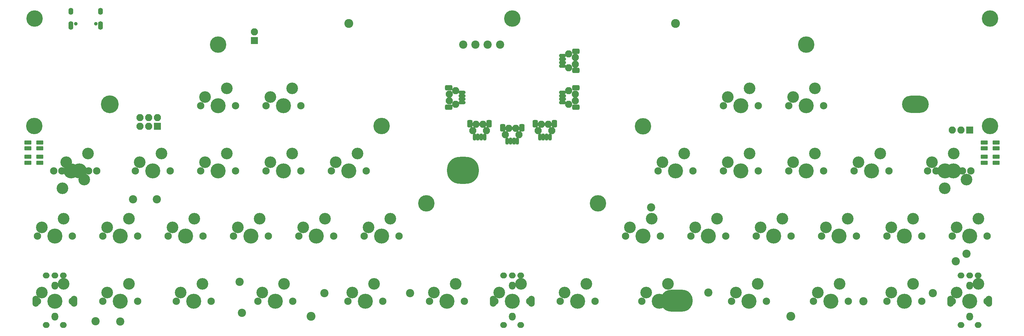
<source format=gts>
G04 #@! TF.GenerationSoftware,KiCad,Pcbnew,7.0.1-0*
G04 #@! TF.CreationDate,2023-04-15T21:11:59+09:00*
G04 #@! TF.ProjectId,Sandy_Base,53616e64-795f-4426-9173-652e6b696361,v.0*
G04 #@! TF.SameCoordinates,Original*
G04 #@! TF.FileFunction,Soldermask,Top*
G04 #@! TF.FilePolarity,Negative*
%FSLAX46Y46*%
G04 Gerber Fmt 4.6, Leading zero omitted, Abs format (unit mm)*
G04 Created by KiCad (PCBNEW 7.0.1-0) date 2023-04-15 21:11:59*
%MOMM*%
%LPD*%
G01*
G04 APERTURE LIST*
G04 Aperture macros list*
%AMRoundRect*
0 Rectangle with rounded corners*
0 $1 Rounding radius*
0 $2 $3 $4 $5 $6 $7 $8 $9 X,Y pos of 4 corners*
0 Add a 4 corners polygon primitive as box body*
4,1,4,$2,$3,$4,$5,$6,$7,$8,$9,$2,$3,0*
0 Add four circle primitives for the rounded corners*
1,1,$1+$1,$2,$3*
1,1,$1+$1,$4,$5*
1,1,$1+$1,$6,$7*
1,1,$1+$1,$8,$9*
0 Add four rect primitives between the rounded corners*
20,1,$1+$1,$2,$3,$4,$5,0*
20,1,$1+$1,$4,$5,$6,$7,0*
20,1,$1+$1,$6,$7,$8,$9,0*
20,1,$1+$1,$8,$9,$2,$3,0*%
G04 Aperture macros list end*
%ADD10C,2.150000*%
%ADD11C,3.400000*%
%ADD12C,4.387800*%
%ADD13RoundRect,0.200000X0.800000X0.425000X-0.800000X0.425000X-0.800000X-0.425000X0.800000X-0.425000X0*%
%ADD14C,2.600000*%
%ADD15O,1.900000X3.200000*%
%ADD16O,2.000000X2.300000*%
%ADD17C,2.500000*%
%ADD18O,2.000000X1.700000*%
%ADD19O,2.100000X2.100000*%
%ADD20RoundRect,0.350000X0.625000X-0.150000X0.625000X0.150000X-0.625000X0.150000X-0.625000X-0.150000X0*%
%ADD21RoundRect,0.450000X0.650000X-0.350000X0.650000X0.350000X-0.650000X0.350000X-0.650000X-0.350000X0*%
%ADD22RoundRect,0.350000X0.150000X0.625000X-0.150000X0.625000X-0.150000X-0.625000X0.150000X-0.625000X0*%
%ADD23RoundRect,0.450000X0.350000X0.650000X-0.350000X0.650000X-0.350000X-0.650000X0.350000X-0.650000X0*%
%ADD24O,9.400000X7.900000*%
%ADD25O,9.400000X6.400000*%
%ADD26O,5.600000X2.800000*%
%ADD27C,1.400000*%
%ADD28C,5.200000*%
%ADD29O,7.800000X5.000000*%
%ADD30RoundRect,0.350000X-0.625000X0.150000X-0.625000X-0.150000X0.625000X-0.150000X0.625000X0.150000X0*%
%ADD31RoundRect,0.450000X-0.650000X0.350000X-0.650000X-0.350000X0.650000X-0.350000X0.650000X0.350000X0*%
%ADD32RoundRect,0.200000X-0.850000X-0.850000X0.850000X-0.850000X0.850000X0.850000X-0.850000X0.850000X0*%
%ADD33C,2.400000*%
%ADD34RoundRect,0.200000X0.850000X-0.850000X0.850000X0.850000X-0.850000X0.850000X-0.850000X-0.850000X0*%
%ADD35C,1.050000*%
%ADD36O,1.400000X2.000000*%
%ADD37O,1.400000X2.500000*%
%ADD38C,4.800000*%
G04 APERTURE END LIST*
D10*
X230291695Y-84153685D03*
D11*
X231561695Y-81613685D03*
D12*
X235371695Y-84153685D03*
D11*
X237911695Y-79073685D03*
D10*
X240451695Y-84153685D03*
X249341775Y-84153685D03*
D11*
X250611775Y-81613685D03*
D12*
X254421775Y-84153685D03*
D11*
X256961775Y-79073685D03*
D10*
X259501775Y-84153685D03*
X49315935Y-65103565D03*
D11*
X50585935Y-62563565D03*
D12*
X54395935Y-65103565D03*
D11*
X56935935Y-60023565D03*
D10*
X59475935Y-65103565D03*
X96940935Y-84153645D03*
D11*
X98210935Y-81613645D03*
D12*
X102020935Y-84153645D03*
D11*
X104560935Y-79073645D03*
D10*
X107100935Y-84153645D03*
X87415935Y-65103565D03*
D11*
X88685935Y-62563565D03*
D12*
X92495935Y-65103565D03*
D11*
X95035935Y-60023565D03*
D10*
X97575935Y-65103565D03*
X268392015Y-103203725D03*
D11*
X269662015Y-100663725D03*
D12*
X273472015Y-103203725D03*
D11*
X276012015Y-98123725D03*
D10*
X278552015Y-103203725D03*
X87415935Y-46053485D03*
D11*
X88685935Y-43513485D03*
D12*
X92495935Y-46053485D03*
D11*
X95035935Y-40973485D03*
D10*
X97575935Y-46053485D03*
X106465935Y-65103565D03*
D11*
X107735935Y-62563565D03*
D12*
X111545935Y-65103565D03*
D11*
X114085935Y-60023565D03*
D10*
X116625935Y-65103565D03*
X287442095Y-84153685D03*
D11*
X288712095Y-81613685D03*
D12*
X292522095Y-84153685D03*
D11*
X295062095Y-79073685D03*
D10*
X297602095Y-84153685D03*
X220766655Y-46053525D03*
D11*
X222036655Y-43513525D03*
D12*
X225846655Y-46053525D03*
D11*
X228386655Y-40973525D03*
D10*
X230926655Y-46053525D03*
X220766655Y-65103605D03*
D11*
X222036655Y-62563605D03*
D12*
X225846655Y-65103605D03*
D11*
X228386655Y-60023605D03*
D10*
X230926655Y-65103605D03*
X239816735Y-65103605D03*
D11*
X241086735Y-62563605D03*
D12*
X244896735Y-65103605D03*
D11*
X247436735Y-60023605D03*
D10*
X249976735Y-65103605D03*
X20740935Y-84153405D03*
D11*
X22010935Y-81613405D03*
D12*
X25820935Y-84153405D03*
D11*
X28360935Y-79073405D03*
D10*
X30900935Y-84153405D03*
X39790975Y-84153765D03*
D11*
X41060975Y-81613765D03*
D12*
X44870975Y-84153765D03*
D11*
X47410975Y-79073765D03*
D10*
X49950975Y-84153765D03*
X211241615Y-84153645D03*
D11*
X212511615Y-81613645D03*
D12*
X216321615Y-84153645D03*
D11*
X218861615Y-79073645D03*
D10*
X221401615Y-84153645D03*
X192191535Y-84153645D03*
D11*
X193461535Y-81613645D03*
D12*
X197271535Y-84153645D03*
D11*
X199811535Y-79073645D03*
D10*
X202351535Y-84153645D03*
X239816735Y-46053525D03*
D11*
X241086735Y-43513525D03*
D12*
X244896735Y-46053525D03*
D11*
X247436735Y-40973525D03*
D10*
X249976735Y-46053525D03*
X115990935Y-84153645D03*
D11*
X117260935Y-81613645D03*
D12*
X121070935Y-84153645D03*
D11*
X123610935Y-79073645D03*
D10*
X126150935Y-84153645D03*
X68365935Y-46053485D03*
D11*
X69635935Y-43513485D03*
D12*
X73445935Y-46053485D03*
D11*
X75985935Y-40973485D03*
D10*
X78525935Y-46053485D03*
X77890935Y-84153645D03*
D11*
X79160935Y-81613645D03*
D12*
X82970935Y-84153645D03*
D11*
X85510935Y-79073645D03*
D10*
X88050935Y-84153645D03*
X58840935Y-84153645D03*
D11*
X60110935Y-81613645D03*
D12*
X63920935Y-84153645D03*
D11*
X66460935Y-79073645D03*
D10*
X69000935Y-84153645D03*
X20740975Y-103203765D03*
D11*
X22010975Y-100663765D03*
D12*
X25820975Y-103203765D03*
D11*
X28360975Y-98123765D03*
D10*
X30900975Y-103203765D03*
X85034995Y-103203765D03*
D11*
X86304995Y-100663765D03*
D12*
X90114995Y-103203765D03*
D11*
X92654995Y-98123765D03*
D10*
X95194995Y-103203765D03*
X223147225Y-103203765D03*
D11*
X224417225Y-100663765D03*
D12*
X228227225Y-103203765D03*
D11*
X230767225Y-98123765D03*
D10*
X233307225Y-103203765D03*
D13*
X21445935Y-58553405D03*
X21445935Y-56803405D03*
X17945935Y-56803405D03*
X17945935Y-58553405D03*
X21445935Y-62753405D03*
X21445935Y-61003405D03*
X17945935Y-61003405D03*
X17945935Y-62753405D03*
X300245935Y-58553405D03*
X300245935Y-56803405D03*
X296745935Y-56803405D03*
X296745935Y-58553405D03*
X300245935Y-62753405D03*
X300245935Y-61003405D03*
X296745935Y-61003405D03*
X296745935Y-62753405D03*
D10*
X292839415Y-65103605D03*
D11*
X291569415Y-67643605D03*
D12*
X287759415Y-65103605D03*
D11*
X285219415Y-70183605D03*
D10*
X282679415Y-65103605D03*
X258865975Y-65103765D03*
D11*
X260135975Y-62563765D03*
D12*
X263945975Y-65103765D03*
D11*
X266485975Y-60023765D03*
D10*
X269025975Y-65103765D03*
X27884755Y-65103605D03*
D11*
X29154755Y-62563605D03*
D12*
X32964755Y-65103605D03*
D11*
X35504755Y-60023605D03*
D10*
X38044755Y-65103605D03*
X35663475Y-65103765D03*
D11*
X34393475Y-67643765D03*
D12*
X30583475Y-65103765D03*
D11*
X28043475Y-70183765D03*
D10*
X25503475Y-65103765D03*
X39790975Y-103203765D03*
D11*
X41060975Y-100663765D03*
D12*
X44870975Y-103203765D03*
D11*
X47410975Y-98123765D03*
D10*
X49950975Y-103203765D03*
X268392015Y-84153685D03*
D11*
X269662015Y-81613685D03*
D12*
X273472015Y-84153685D03*
D11*
X276012015Y-79073685D03*
D10*
X278552015Y-84153685D03*
X68365935Y-65103565D03*
D11*
X69635935Y-62563565D03*
D12*
X73445935Y-65103565D03*
D11*
X75985935Y-60023565D03*
D10*
X78525935Y-65103565D03*
D14*
X111545935Y-22028365D03*
X206795935Y-22028365D03*
X100495935Y-107628365D03*
D10*
X287442095Y-103203765D03*
D11*
X288712095Y-100663765D03*
D12*
X292522095Y-103203765D03*
D11*
X295062095Y-98123765D03*
D10*
X297602095Y-103203765D03*
X61222225Y-103203765D03*
D11*
X62492225Y-100663765D03*
D12*
X66302225Y-103203765D03*
D11*
X68842225Y-98123765D03*
D10*
X71382225Y-103203765D03*
D14*
X240395935Y-107628365D03*
D10*
X201716575Y-65103565D03*
D11*
X202986575Y-62563565D03*
D12*
X206796575Y-65103565D03*
D11*
X209336575Y-60023565D03*
D10*
X211876575Y-65103565D03*
D15*
X286922095Y-103203765D03*
D16*
X292522095Y-98703765D03*
D17*
X292522095Y-103203765D03*
D16*
X292522095Y-107703765D03*
D15*
X298122095Y-103203765D03*
D18*
X295022095Y-95703765D03*
X290022095Y-95703765D03*
X292522095Y-95703765D03*
X295022095Y-110203765D03*
X290022095Y-110203765D03*
D10*
X246959685Y-103203405D03*
D11*
X248229685Y-100663405D03*
D12*
X252039685Y-103203405D03*
D11*
X254579685Y-98123405D03*
D10*
X257119685Y-103203405D03*
D19*
X175639685Y-45672155D03*
D20*
X173839685Y-45172155D03*
D19*
X177539685Y-44672155D03*
D20*
X173839685Y-44172155D03*
X173839685Y-43172155D03*
D19*
X177539685Y-42672155D03*
D20*
X173839685Y-42172155D03*
D19*
X175639685Y-41672155D03*
D21*
X177714685Y-46472155D03*
X177714685Y-40872155D03*
D19*
X151645935Y-53397155D03*
D22*
X151145935Y-55197155D03*
D19*
X150645935Y-51497155D03*
D22*
X150145935Y-55197155D03*
X149145935Y-55197155D03*
D19*
X148645935Y-51497155D03*
D22*
X148145935Y-55197155D03*
D19*
X147645935Y-53397155D03*
D23*
X152445935Y-51322155D03*
X146845935Y-51322155D03*
D15*
X20220975Y-103203765D03*
D16*
X25820975Y-98703765D03*
D17*
X25820975Y-103203765D03*
D16*
X25820975Y-107703765D03*
D15*
X31420975Y-103203765D03*
D18*
X28320975Y-95703765D03*
X23320975Y-95703765D03*
X25820975Y-95703765D03*
X28320975Y-110203765D03*
X23320975Y-110203765D03*
D10*
X135041375Y-103203765D03*
D11*
X136311375Y-100663765D03*
D12*
X140121375Y-103203765D03*
D11*
X142661375Y-98123765D03*
D10*
X145201375Y-103203765D03*
D19*
X175639685Y-34956530D03*
D20*
X173839685Y-34456530D03*
D19*
X177539685Y-33956530D03*
D20*
X173839685Y-33456530D03*
X173839685Y-32456530D03*
D19*
X177539685Y-31956530D03*
D20*
X173839685Y-31456530D03*
D19*
X175639685Y-30956530D03*
D21*
X177714685Y-35756530D03*
X177714685Y-30156530D03*
D10*
X196953435Y-103203405D03*
D11*
X198223435Y-100663405D03*
D12*
X202033435Y-103203405D03*
D11*
X204573435Y-98123405D03*
D10*
X207113435Y-103203405D03*
X173140975Y-103203765D03*
D11*
X174410975Y-100663765D03*
D12*
X178220975Y-103203765D03*
D11*
X180760975Y-98123765D03*
D10*
X183300975Y-103203765D03*
D15*
X153570975Y-103203405D03*
D16*
X159170975Y-98703405D03*
D17*
X159170975Y-103203405D03*
D16*
X159170975Y-107703405D03*
D15*
X164770975Y-103203405D03*
D18*
X161670975Y-95703405D03*
X156670975Y-95703405D03*
X159170975Y-95703405D03*
X161670975Y-110203405D03*
X156670975Y-110203405D03*
D10*
X280297185Y-65103605D03*
D11*
X281567185Y-62563605D03*
D12*
X285377185Y-65103605D03*
D11*
X287917185Y-60023605D03*
D10*
X290457185Y-65103605D03*
D24*
X144795935Y-64978365D03*
D25*
X207147102Y-103033861D03*
D26*
X276695935Y-45678365D03*
X276695935Y-45678365D03*
D27*
X39945935Y-45678365D03*
X40495935Y-44328365D03*
X40495935Y-46978365D03*
X41845935Y-43778365D03*
D28*
X41845935Y-45678365D03*
D27*
X41845935Y-47578365D03*
X43095935Y-44328365D03*
X43095935Y-47028365D03*
X43745935Y-45678365D03*
X273545935Y-45678365D03*
X274045935Y-44428365D03*
X274045935Y-46928365D03*
X275295935Y-43928365D03*
X275295935Y-47428365D03*
X276695935Y-43928365D03*
D29*
X276695935Y-45678365D03*
D27*
X276695935Y-47428365D03*
X278095935Y-43928365D03*
X278095935Y-47428365D03*
X279345935Y-44428365D03*
X279345935Y-46928365D03*
X279845935Y-45678365D03*
D19*
X161170935Y-54587780D03*
D22*
X160670935Y-56387780D03*
D19*
X160170935Y-52687780D03*
D22*
X159670935Y-56387780D03*
X158670935Y-56387780D03*
D19*
X158170935Y-52687780D03*
D22*
X157670935Y-56387780D03*
D19*
X157170935Y-54587780D03*
D23*
X161970935Y-52512780D03*
X156370935Y-52512780D03*
D10*
X111228435Y-103203405D03*
D11*
X112498435Y-100663405D03*
D12*
X116308435Y-103203405D03*
D11*
X118848435Y-98123405D03*
D10*
X121388435Y-103203405D03*
D19*
X142702185Y-41672155D03*
D30*
X144502185Y-42172155D03*
D19*
X140802185Y-42672155D03*
D30*
X144502185Y-43172155D03*
X144502185Y-44172155D03*
D19*
X140802185Y-44672155D03*
D30*
X144502185Y-45172155D03*
D19*
X142702185Y-45672155D03*
D31*
X140627185Y-40872155D03*
X140627185Y-46472155D03*
D19*
X170695935Y-53397155D03*
D22*
X170195935Y-55197155D03*
D19*
X169695935Y-51497155D03*
D22*
X169195935Y-55197155D03*
X168195935Y-55197155D03*
D19*
X167695935Y-51497155D03*
D22*
X167195935Y-55197155D03*
D19*
X166695935Y-53397155D03*
D23*
X171495935Y-51322155D03*
X165895935Y-51322155D03*
D10*
X154090975Y-103203765D03*
D11*
X155360975Y-100663765D03*
D12*
X159170975Y-103203765D03*
D11*
X161710975Y-98123765D03*
D10*
X164250975Y-103203765D03*
D32*
X84000000Y-27000000D03*
D19*
X84000000Y-24460000D03*
D33*
X104402185Y-100822155D03*
X199652185Y-75819030D03*
X261564685Y-103203405D03*
X37727184Y-109078405D03*
X48600000Y-73400000D03*
X291595934Y-89378405D03*
X288495934Y-91578405D03*
D34*
X55730310Y-52090905D03*
D19*
X55730310Y-49550905D03*
X53190310Y-52090905D03*
X53190310Y-49550905D03*
X50650310Y-52090905D03*
X50650310Y-49550905D03*
D33*
X216300000Y-100700000D03*
X152027185Y-28194030D03*
X281805310Y-100822155D03*
X44870934Y-109156530D03*
X80400000Y-106600000D03*
X148455310Y-28194030D03*
X144883435Y-28194030D03*
X55586560Y-73437780D03*
D35*
X31955935Y-22128365D03*
X37735935Y-22128365D03*
D36*
X30525935Y-18478365D03*
D37*
X30525935Y-22658365D03*
D36*
X39165935Y-18478365D03*
D37*
X39165935Y-22658365D03*
D33*
X129405310Y-100822155D03*
X155599060Y-28194030D03*
D34*
X292558435Y-53197155D03*
D19*
X290018435Y-53197155D03*
X287478435Y-53197155D03*
D33*
X79695934Y-97578405D03*
D38*
X298474060Y-52006530D03*
X19872407Y-20561655D03*
X159170935Y-20561655D03*
X73445935Y-28194030D03*
X197270935Y-52053405D03*
X134167810Y-74628405D03*
X244895935Y-28194030D03*
X121070935Y-52006530D03*
X19867810Y-52006530D03*
X298474060Y-20561655D03*
X184174060Y-74628405D03*
M02*

</source>
